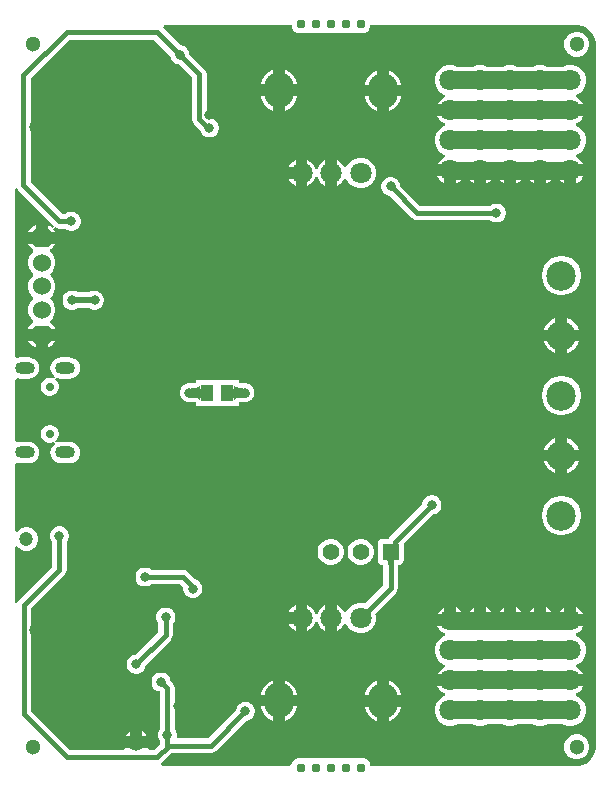
<source format=gbl>
G04*
G04 #@! TF.GenerationSoftware,Altium Limited,Altium Designer,21.9.2 (33)*
G04*
G04 Layer_Physical_Order=2*
G04 Layer_Color=16711680*
%FSLAX25Y25*%
%MOIN*%
G70*
G04*
G04 #@! TF.SameCoordinates,35660DA9-C4E3-4063-8D90-980638CF2194*
G04*
G04*
G04 #@! TF.FilePolarity,Positive*
G04*
G01*
G75*
%ADD92C,0.05906*%
%ADD93C,0.01575*%
%ADD96C,0.01968*%
%ADD98C,0.03150*%
G04:AMPARAMS|DCode=102|XSize=55.12mil|YSize=55.12mil|CornerRadius=1.93mil|HoleSize=0mil|Usage=FLASHONLY|Rotation=270.000|XOffset=0mil|YOffset=0mil|HoleType=Round|Shape=RoundedRectangle|*
%AMROUNDEDRECTD102*
21,1,0.05512,0.05126,0,0,270.0*
21,1,0.05126,0.05512,0,0,270.0*
1,1,0.00386,-0.02563,-0.02563*
1,1,0.00386,-0.02563,0.02563*
1,1,0.00386,0.02563,0.02563*
1,1,0.00386,0.02563,-0.02563*
%
%ADD102ROUNDEDRECTD102*%
%ADD103C,0.05512*%
%ADD104O,0.07874X0.06299*%
%ADD105C,0.06000*%
%ADD106C,0.02756*%
%ADD107O,0.06693X0.03937*%
%ADD108C,0.03100*%
%ADD109C,0.07087*%
%ADD110O,0.09843X0.11811*%
%ADD111C,0.07087*%
%ADD112C,0.05118*%
%ADD113C,0.04724*%
%ADD114C,0.09843*%
%ADD115C,0.05906*%
%ADD116C,0.03150*%
%ADD117R,0.04331X0.05512*%
G36*
X225450Y267839D02*
X226591Y267366D01*
X227618Y266680D01*
X228491Y265807D01*
X229177Y264780D01*
X229650Y263639D01*
X229890Y262428D01*
Y261811D01*
X229890Y27559D01*
X229890Y27559D01*
X229890Y27559D01*
X229890Y26942D01*
X229650Y25731D01*
X229177Y24590D01*
X228491Y23563D01*
X227618Y22690D01*
X226591Y22004D01*
X225450Y21531D01*
X224239Y21291D01*
X223622Y21291D01*
X223622Y21291D01*
X223622Y21291D01*
X155593D01*
X154805Y21291D01*
Y21792D01*
X154704Y22036D01*
X154422Y22718D01*
X153713Y23426D01*
X152787Y23810D01*
X130678D01*
X129752Y23426D01*
X129043Y22718D01*
X128761Y22036D01*
X128659Y21792D01*
X127872Y21291D01*
X85213D01*
X84974Y22078D01*
X85443Y22391D01*
X88596Y25544D01*
X101680D01*
X102601Y25728D01*
X103383Y26250D01*
X113445Y36312D01*
X113604D01*
X114405Y36527D01*
X115123Y36942D01*
X115709Y37528D01*
X116124Y38246D01*
X116339Y39047D01*
Y39877D01*
X116124Y40678D01*
X115709Y41396D01*
X115123Y41982D01*
X114405Y42397D01*
X113604Y42612D01*
X112774D01*
X111973Y42397D01*
X111255Y41982D01*
X110669Y41396D01*
X110254Y40678D01*
X110039Y39877D01*
Y39718D01*
X100682Y30361D01*
X90806D01*
X90327Y30986D01*
X90352Y31081D01*
Y31911D01*
X90138Y32712D01*
X89723Y33430D01*
X89597Y33556D01*
Y47063D01*
X89414Y47985D01*
X88892Y48766D01*
X88204Y49454D01*
Y49612D01*
X87990Y50413D01*
X87575Y51131D01*
X86989Y51718D01*
X86270Y52132D01*
X85469Y52347D01*
X84640D01*
X83839Y52132D01*
X83121Y51718D01*
X82534Y51131D01*
X82120Y50413D01*
X81905Y49612D01*
Y48783D01*
X82120Y47982D01*
X82534Y47264D01*
X83121Y46677D01*
X83839Y46262D01*
X84640Y46048D01*
X84781D01*
Y33528D01*
X84683Y33430D01*
X84268Y32712D01*
X84053Y31911D01*
Y31081D01*
X84268Y30280D01*
X84683Y29562D01*
X84794Y29450D01*
Y28555D01*
X82743Y26503D01*
X80935D01*
X80553Y27165D01*
X76772D01*
X72990D01*
X72608Y26503D01*
X54856D01*
X51703Y29656D01*
X41679Y39680D01*
Y73706D01*
X52884Y84911D01*
X53406Y85693D01*
X53590Y86614D01*
Y95828D01*
X53701Y95940D01*
X54116Y96658D01*
X54331Y97460D01*
Y98289D01*
X54116Y99090D01*
X53701Y99808D01*
X53115Y100394D01*
X52397Y100809D01*
X51596Y101024D01*
X50766D01*
X49965Y100809D01*
X49247Y100394D01*
X48661Y99808D01*
X48246Y99090D01*
X48031Y98289D01*
Y97460D01*
X48246Y96658D01*
X48661Y95940D01*
X48773Y95828D01*
Y87612D01*
X37567Y76406D01*
X37045Y75625D01*
X37039Y75592D01*
X36251Y75670D01*
X36251Y94167D01*
X36894Y94393D01*
X37039Y94401D01*
X37740Y93700D01*
X38638Y93182D01*
X39639Y92913D01*
X40676D01*
X41677Y93182D01*
X42575Y93700D01*
X43308Y94433D01*
X43826Y95331D01*
X44094Y96332D01*
Y97369D01*
X43826Y98370D01*
X43308Y99268D01*
X42575Y100001D01*
X41677Y100519D01*
X40676Y100787D01*
X39639D01*
X38638Y100519D01*
X37740Y100001D01*
X37039Y99299D01*
X36894Y99308D01*
X36251Y99533D01*
X36251Y121804D01*
X37039Y122330D01*
X37264Y122237D01*
X38189Y122115D01*
X40945D01*
X41870Y122237D01*
X42732Y122594D01*
X43472Y123162D01*
X44040Y123902D01*
X44397Y124764D01*
X44519Y125689D01*
X44397Y126614D01*
X44040Y127476D01*
X43472Y128216D01*
X42732Y128784D01*
X41870Y129141D01*
X40945Y129263D01*
X38189D01*
X37264Y129141D01*
X37039Y129048D01*
X36251Y129574D01*
X36251Y149954D01*
X37039Y150480D01*
X37264Y150387D01*
X38189Y150265D01*
X40945D01*
X41870Y150387D01*
X42732Y150743D01*
X43472Y151312D01*
X44040Y152052D01*
X44397Y152914D01*
X44519Y153839D01*
X44397Y154764D01*
X44040Y155625D01*
X43472Y156366D01*
X42732Y156934D01*
X41870Y157291D01*
X40945Y157412D01*
X38189D01*
X37264Y157291D01*
X37039Y157197D01*
X36251Y157723D01*
X36251Y213553D01*
X37039Y213699D01*
X37454Y213076D01*
X49069Y201462D01*
X49384Y201147D01*
X48863Y200554D01*
X48247Y201027D01*
X47244Y201442D01*
Y199213D01*
X49935D01*
X49846Y199428D01*
X49401Y200008D01*
X49152Y200333D01*
X49637Y200946D01*
X50259Y200531D01*
X51181Y200347D01*
X53072D01*
X53184Y200236D01*
X53902Y199821D01*
X54703Y199606D01*
X55533D01*
X56334Y199821D01*
X57052Y200236D01*
X57638Y200822D01*
X58053Y201540D01*
X58268Y202341D01*
Y203171D01*
X58053Y203972D01*
X57638Y204690D01*
X57052Y205276D01*
X56334Y205691D01*
X55533Y205906D01*
X54703D01*
X53902Y205691D01*
X53184Y205276D01*
X53072Y205164D01*
X52179D01*
X41566Y215777D01*
Y250365D01*
X54541Y263340D01*
X82861D01*
X88181Y258019D01*
X88189Y258010D01*
Y257853D01*
X88404Y257052D01*
X88818Y256334D01*
X89405Y255747D01*
X90123Y255333D01*
X90924Y255118D01*
X91081D01*
X91090Y255110D01*
X95410Y250790D01*
Y236788D01*
X95594Y235866D01*
X96116Y235085D01*
X98085Y233115D01*
X98150Y233072D01*
X98261Y232658D01*
X98676Y231940D01*
X99262Y231353D01*
X99981Y230939D01*
X100782Y230724D01*
X101611D01*
X102412Y230939D01*
X103130Y231353D01*
X103717Y231940D01*
X104131Y232658D01*
X104346Y233459D01*
Y234288D01*
X104131Y235089D01*
X103717Y235807D01*
X103130Y236394D01*
X102412Y236808D01*
X101611Y237023D01*
X100990D01*
X100227Y237786D01*
Y251787D01*
X100044Y252709D01*
X99522Y253490D01*
X94488Y258524D01*
Y258682D01*
X94274Y259483D01*
X93859Y260202D01*
X93273Y260788D01*
X92554Y261203D01*
X91753Y261417D01*
X91595D01*
X85720Y267292D01*
X85899Y267917D01*
X86016Y268079D01*
X127872Y268079D01*
X128659Y268079D01*
Y267578D01*
X128761Y267334D01*
X129043Y266652D01*
X129752Y265944D01*
X130678Y265560D01*
X152787D01*
X153713Y265944D01*
X154422Y266652D01*
X154805Y267578D01*
Y268079D01*
X223622Y268079D01*
X224239Y268079D01*
X225450Y267839D01*
D02*
G37*
G36*
X90503Y260234D02*
X90618Y260142D01*
X90729Y260062D01*
X90837Y259994D01*
X90942Y259939D01*
X91042Y259896D01*
X91139Y259866D01*
X91233Y259848D01*
X91323Y259842D01*
X91339Y258268D01*
X92913Y258252D01*
X92919Y258162D01*
X92936Y258068D01*
X92967Y257971D01*
X93010Y257871D01*
X93065Y257767D01*
X93132Y257659D01*
X93213Y257547D01*
X93305Y257433D01*
X93528Y257192D01*
X92414Y256078D01*
X92292Y256196D01*
X92059Y256394D01*
X91948Y256474D01*
X91840Y256542D01*
X91736Y256597D01*
X91635Y256640D01*
X91538Y256670D01*
X91444Y256688D01*
X91354Y256693D01*
X91339Y258268D01*
X89764Y258283D01*
X89758Y258373D01*
X89741Y258467D01*
X89710Y258564D01*
X89668Y258665D01*
X89612Y258769D01*
X89545Y258877D01*
X89465Y258988D01*
X89267Y259221D01*
X89149Y259343D01*
X90263Y260457D01*
X90503Y260234D01*
D02*
G37*
%LPC*%
G36*
X224166Y265945D02*
X223078D01*
X222026Y265663D01*
X221084Y265119D01*
X220314Y264349D01*
X219770Y263407D01*
X219488Y262355D01*
Y261267D01*
X219770Y260215D01*
X220314Y259273D01*
X221084Y258503D01*
X222026Y257959D01*
X223078Y257677D01*
X224166D01*
X225218Y257959D01*
X226160Y258503D01*
X226930Y259273D01*
X227474Y260215D01*
X227756Y261267D01*
Y262355D01*
X227474Y263407D01*
X226930Y264349D01*
X226160Y265119D01*
X225218Y265663D01*
X224166Y265945D01*
D02*
G37*
G36*
X222170Y254882D02*
X220822D01*
X219520Y254533D01*
X219169Y254330D01*
X213823D01*
X213472Y254533D01*
X212170Y254882D01*
X210822D01*
X209521Y254533D01*
X209170Y254330D01*
X203823D01*
X203472Y254533D01*
X202170Y254882D01*
X200822D01*
X199521Y254533D01*
X199170Y254330D01*
X193823D01*
X193472Y254533D01*
X192170Y254882D01*
X190822D01*
X189521Y254533D01*
X189170Y254330D01*
X183823D01*
X183472Y254533D01*
X182170Y254882D01*
X180822D01*
X179520Y254533D01*
X178354Y253859D01*
X177401Y252906D01*
X176727Y251739D01*
X176378Y250437D01*
Y249090D01*
X176727Y247788D01*
X177401Y246621D01*
X178354Y245668D01*
X179520Y244994D01*
X179621Y244968D01*
X179666Y244268D01*
X179640Y244147D01*
X178595Y243544D01*
X177716Y242665D01*
X177177Y241732D01*
X181496D01*
Y237795D01*
X177177D01*
X177716Y236863D01*
X178595Y235983D01*
X179640Y235380D01*
X179666Y235260D01*
X179621Y234560D01*
X179520Y234533D01*
X178354Y233859D01*
X177401Y232906D01*
X176727Y231739D01*
X176378Y230437D01*
Y229090D01*
X176727Y227788D01*
X177401Y226621D01*
X178354Y225668D01*
X179520Y224994D01*
X179621Y224968D01*
X179666Y224268D01*
X179640Y224147D01*
X178595Y223544D01*
X177716Y222665D01*
X177177Y221732D01*
X181496D01*
Y219764D01*
X183465D01*
Y215445D01*
X184397Y215983D01*
X185276Y216863D01*
X185898Y217940D01*
X186088Y218649D01*
X186904D01*
X187094Y217940D01*
X187716Y216863D01*
X188595Y215983D01*
X189527Y215445D01*
Y219764D01*
X193465D01*
Y215445D01*
X194397Y215983D01*
X195276Y216863D01*
X195898Y217940D01*
X196088Y218649D01*
X196904D01*
X197094Y217940D01*
X197716Y216863D01*
X198595Y215983D01*
X199528Y215445D01*
Y219764D01*
X203465D01*
Y215445D01*
X204397Y215983D01*
X205276Y216863D01*
X205898Y217940D01*
X206088Y218649D01*
X206904D01*
X207094Y217940D01*
X207716Y216863D01*
X208595Y215983D01*
X209527Y215445D01*
Y219764D01*
X213464D01*
Y215445D01*
X214397Y215983D01*
X215277Y216863D01*
X215898Y217940D01*
X216089Y218649D01*
X216904D01*
X217094Y217940D01*
X217716Y216863D01*
X218595Y215983D01*
X219528Y215445D01*
Y219764D01*
X221496D01*
Y221732D01*
X225815D01*
X225276Y222665D01*
X224397Y223544D01*
X223352Y224147D01*
X223326Y224268D01*
X223371Y224968D01*
X223471Y224994D01*
X224639Y225668D01*
X225591Y226621D01*
X226265Y227788D01*
X226614Y229090D01*
Y230437D01*
X226265Y231739D01*
X225591Y232906D01*
X224639Y233859D01*
X223471Y234533D01*
X223371Y234560D01*
X223326Y235260D01*
X223352Y235380D01*
X224397Y235983D01*
X225276Y236863D01*
X225815Y237795D01*
X221496D01*
Y241732D01*
X225815D01*
X225276Y242665D01*
X224397Y243544D01*
X223352Y244147D01*
X223326Y244268D01*
X223371Y244968D01*
X223471Y244994D01*
X224639Y245668D01*
X225591Y246621D01*
X226265Y247788D01*
X226614Y249090D01*
Y250437D01*
X226265Y251739D01*
X225591Y252906D01*
X224639Y253859D01*
X223471Y254533D01*
X222170Y254882D01*
D02*
G37*
G36*
X126378Y253170D02*
Y248374D01*
X130444D01*
X130423Y248586D01*
X130075Y249736D01*
X129508Y250796D01*
X128745Y251726D01*
X127816Y252488D01*
X126756Y253055D01*
X126378Y253170D01*
D02*
G37*
G36*
X122441D02*
X122063Y253055D01*
X121003Y252488D01*
X120073Y251726D01*
X119311Y250796D01*
X118744Y249736D01*
X118395Y248586D01*
X118375Y248374D01*
X122441D01*
Y253170D01*
D02*
G37*
G36*
X161023Y253111D02*
Y248315D01*
X165090D01*
X165069Y248527D01*
X164720Y249677D01*
X164154Y250737D01*
X163391Y251666D01*
X162462Y252429D01*
X161402Y252996D01*
X161023Y253111D01*
D02*
G37*
G36*
X157087D02*
X156709Y252996D01*
X155648Y252429D01*
X154719Y251666D01*
X153957Y250737D01*
X153390Y249677D01*
X153041Y248527D01*
X153020Y248315D01*
X157087D01*
Y253111D01*
D02*
G37*
G36*
X130444Y244437D02*
X126378D01*
Y239641D01*
X126756Y239756D01*
X127816Y240323D01*
X128745Y241085D01*
X129508Y242015D01*
X130075Y243075D01*
X130423Y244225D01*
X130444Y244437D01*
D02*
G37*
G36*
X122441D02*
X118375D01*
X118395Y244225D01*
X118744Y243075D01*
X119311Y242015D01*
X120073Y241085D01*
X121003Y240323D01*
X122063Y239756D01*
X122441Y239641D01*
Y244437D01*
D02*
G37*
G36*
X165090Y244378D02*
X161023D01*
Y239582D01*
X161402Y239697D01*
X162462Y240264D01*
X163391Y241026D01*
X164154Y241955D01*
X164720Y243016D01*
X165069Y244166D01*
X165090Y244378D01*
D02*
G37*
G36*
X157087D02*
X153020D01*
X153041Y244166D01*
X153390Y243016D01*
X153957Y241955D01*
X154719Y241026D01*
X155648Y240264D01*
X156709Y239697D01*
X157087Y239582D01*
Y244378D01*
D02*
G37*
G36*
X152249Y223965D02*
X150901D01*
X149599Y223616D01*
X148432Y222942D01*
X147479Y221989D01*
X146861Y220918D01*
X146709Y220866D01*
X146534Y220845D01*
X146008Y220889D01*
X145513Y221747D01*
X144633Y222627D01*
X143701Y223165D01*
Y218847D01*
Y214528D01*
X144633Y215066D01*
X145513Y215946D01*
X146008Y216804D01*
X146534Y216848D01*
X146709Y216827D01*
X146861Y216775D01*
X147479Y215704D01*
X148432Y214751D01*
X149599Y214077D01*
X150901Y213728D01*
X152249D01*
X153550Y214077D01*
X154717Y214751D01*
X155670Y215704D01*
X156344Y216871D01*
X156693Y218173D01*
Y219520D01*
X156344Y220822D01*
X155670Y221989D01*
X154717Y222942D01*
X153550Y223616D01*
X152249Y223965D01*
D02*
G37*
G36*
X129921Y223165D02*
X128989Y222627D01*
X128109Y221747D01*
X127571Y220815D01*
X129921D01*
Y223165D01*
D02*
G37*
G36*
X139764D02*
X138831Y222627D01*
X137952Y221747D01*
X137330Y220670D01*
X137219Y220255D01*
X136403D01*
X136292Y220670D01*
X135670Y221747D01*
X134791Y222627D01*
X133858Y223165D01*
Y218847D01*
Y214528D01*
X134791Y215066D01*
X135670Y215946D01*
X136292Y217023D01*
X136403Y217438D01*
X137219D01*
X137330Y217023D01*
X137952Y215946D01*
X138831Y215066D01*
X139764Y214528D01*
Y218847D01*
Y223165D01*
D02*
G37*
G36*
X225815Y217795D02*
X223464D01*
Y215445D01*
X224397Y215983D01*
X225276Y216863D01*
X225815Y217795D01*
D02*
G37*
G36*
X179527D02*
X177177D01*
X177716Y216863D01*
X178595Y215983D01*
X179527Y215445D01*
Y217795D01*
D02*
G37*
G36*
X129921Y216878D02*
X127571D01*
X128109Y215946D01*
X128989Y215066D01*
X129921Y214528D01*
Y216878D01*
D02*
G37*
G36*
X162029Y217520D02*
X161199D01*
X160398Y217305D01*
X159680Y216890D01*
X159094Y216304D01*
X158679Y215586D01*
X158465Y214785D01*
Y213955D01*
X158679Y213154D01*
X159094Y212436D01*
X159680Y211850D01*
X160398Y211435D01*
X161199Y211221D01*
X161358D01*
X168769Y203809D01*
X169551Y203287D01*
X170472Y203103D01*
X194805D01*
X194916Y202992D01*
X195635Y202577D01*
X196436Y202362D01*
X197265D01*
X198066Y202577D01*
X198784Y202992D01*
X199371Y203578D01*
X199785Y204296D01*
X200000Y205097D01*
Y205926D01*
X199785Y206728D01*
X199371Y207446D01*
X198784Y208032D01*
X198066Y208447D01*
X197265Y208661D01*
X196436D01*
X195635Y208447D01*
X194916Y208032D01*
X194805Y207920D01*
X171470D01*
X164764Y214627D01*
Y214785D01*
X164549Y215586D01*
X164135Y216304D01*
X163548Y216890D01*
X162830Y217305D01*
X162029Y217520D01*
D02*
G37*
G36*
X43307Y201442D02*
X42304Y201027D01*
X41399Y200333D01*
X40705Y199428D01*
X40616Y199213D01*
X43307D01*
Y201442D01*
D02*
G37*
G36*
X63301Y179604D02*
X62472D01*
X61671Y179389D01*
X61058Y179035D01*
X57219D01*
X56607Y179389D01*
X55806Y179604D01*
X54976D01*
X54175Y179389D01*
X53457Y178974D01*
X52871Y178388D01*
X52456Y177670D01*
X52241Y176869D01*
Y176039D01*
X52456Y175238D01*
X52871Y174520D01*
X53457Y173934D01*
X54175Y173519D01*
X54976Y173304D01*
X55806D01*
X56607Y173519D01*
X57219Y173873D01*
X61058D01*
X61671Y173519D01*
X62472Y173304D01*
X63301D01*
X64102Y173519D01*
X64820Y173934D01*
X65407Y174520D01*
X65821Y175238D01*
X66036Y176039D01*
Y176869D01*
X65821Y177670D01*
X65407Y178388D01*
X64820Y178974D01*
X64102Y179389D01*
X63301Y179604D01*
D02*
G37*
G36*
X219144Y191181D02*
X217864D01*
X216609Y190931D01*
X215427Y190442D01*
X214363Y189731D01*
X213458Y188826D01*
X212747Y187762D01*
X212258Y186580D01*
X212008Y185325D01*
Y184045D01*
X212258Y182790D01*
X212747Y181608D01*
X213458Y180544D01*
X214363Y179639D01*
X215427Y178928D01*
X216609Y178439D01*
X217864Y178189D01*
X219144D01*
X220399Y178439D01*
X221581Y178928D01*
X222645Y179639D01*
X223550Y180544D01*
X224261Y181608D01*
X224750Y182790D01*
X225000Y184045D01*
Y185325D01*
X224750Y186580D01*
X224261Y187762D01*
X223550Y188826D01*
X222645Y189731D01*
X221581Y190442D01*
X220399Y190931D01*
X219144Y191181D01*
D02*
G37*
G36*
X49935Y195276D02*
X45276D01*
X40616D01*
X40705Y195060D01*
X41399Y194155D01*
X42304Y193461D01*
X42416Y193415D01*
X42425Y193275D01*
X42399Y192570D01*
X41615Y191785D01*
X41012Y190742D01*
X40701Y189579D01*
Y188374D01*
X41012Y187211D01*
X41615Y186167D01*
X42240Y185542D01*
X42386Y185039D01*
X42240Y184537D01*
X41615Y183911D01*
X41012Y182868D01*
X40701Y181705D01*
Y180500D01*
X41012Y179337D01*
X41615Y178293D01*
X42240Y177668D01*
X42386Y177165D01*
X42240Y176663D01*
X41615Y176037D01*
X41012Y174994D01*
X40701Y173831D01*
Y172626D01*
X41012Y171463D01*
X41615Y170419D01*
X42399Y169635D01*
X42425Y168931D01*
X42416Y168790D01*
X42304Y168743D01*
X41399Y168049D01*
X40705Y167145D01*
X40616Y166929D01*
X45276D01*
X49935D01*
X49846Y167145D01*
X49152Y168049D01*
X48247Y168743D01*
X48136Y168790D01*
X48126Y168931D01*
X48152Y169635D01*
X48936Y170419D01*
X49539Y171463D01*
X49850Y172626D01*
Y173831D01*
X49539Y174994D01*
X48936Y176037D01*
X48311Y176663D01*
X48165Y177165D01*
X48311Y177668D01*
X48936Y178293D01*
X49539Y179337D01*
X49850Y180500D01*
Y181705D01*
X49539Y182868D01*
X48936Y183911D01*
X48311Y184537D01*
X48165Y185039D01*
X48311Y185542D01*
X48936Y186167D01*
X49539Y187211D01*
X49850Y188374D01*
Y189579D01*
X49539Y190742D01*
X48936Y191785D01*
X48152Y192570D01*
X48126Y193275D01*
X48136Y193415D01*
X48247Y193461D01*
X49152Y194155D01*
X49846Y195060D01*
X49935Y195276D01*
D02*
G37*
G36*
X220472Y170475D02*
Y166654D01*
X224294D01*
X223912Y167576D01*
X223244Y168575D01*
X222394Y169425D01*
X221394Y170093D01*
X220472Y170475D01*
D02*
G37*
G36*
X216535D02*
X215613Y170093D01*
X214614Y169425D01*
X213764Y168575D01*
X213096Y167576D01*
X212714Y166654D01*
X216535D01*
Y170475D01*
D02*
G37*
G36*
X49935Y162992D02*
X47244D01*
Y160762D01*
X48247Y161178D01*
X49152Y161872D01*
X49846Y162777D01*
X49935Y162992D01*
D02*
G37*
G36*
X43307D02*
X40616D01*
X40705Y162777D01*
X41399Y161872D01*
X42304Y161178D01*
X43307Y160762D01*
Y162992D01*
D02*
G37*
G36*
X224294Y162716D02*
X220472D01*
Y158895D01*
X221394Y159277D01*
X222394Y159945D01*
X223244Y160795D01*
X223912Y161794D01*
X224294Y162716D01*
D02*
G37*
G36*
X216535D02*
X212714D01*
X213096Y161794D01*
X213764Y160795D01*
X214614Y159945D01*
X215613Y159277D01*
X216535Y158895D01*
Y162716D01*
D02*
G37*
G36*
X54527Y157412D02*
X51772D01*
X50847Y157291D01*
X49985Y156934D01*
X49244Y156366D01*
X48676Y155625D01*
X48320Y154764D01*
X48198Y153839D01*
X48320Y152914D01*
X48676Y152052D01*
X49244Y151312D01*
X49834Y150859D01*
X49395Y150203D01*
X49073Y150389D01*
X48322Y150591D01*
X47545D01*
X46793Y150389D01*
X46120Y150001D01*
X45570Y149451D01*
X45182Y148777D01*
X44980Y148027D01*
Y147249D01*
X45182Y146498D01*
X45570Y145825D01*
X46120Y145275D01*
X46793Y144886D01*
X47545Y144685D01*
X48322D01*
X49073Y144886D01*
X49746Y145275D01*
X50296Y145825D01*
X50685Y146498D01*
X50886Y147249D01*
Y148027D01*
X50685Y148777D01*
X50296Y149451D01*
X49746Y150001D01*
X50144Y150678D01*
X50847Y150387D01*
X51772Y150265D01*
X54527D01*
X55452Y150387D01*
X56314Y150743D01*
X57055Y151312D01*
X57622Y152052D01*
X57980Y152914D01*
X58101Y153839D01*
X57980Y154764D01*
X57622Y155625D01*
X57055Y156366D01*
X56314Y156934D01*
X55452Y157291D01*
X54527Y157412D01*
D02*
G37*
G36*
X109338Y150019D02*
X109244Y150000D01*
X109166D01*
X109113Y150003D01*
X109105Y150000D01*
X98376D01*
X98367Y150003D01*
X98314Y150000D01*
X98237D01*
X98142Y150019D01*
X98047Y150000D01*
X96555D01*
Y148978D01*
X96366Y148940D01*
X95501Y148860D01*
X94961Y148849D01*
X94946Y148846D01*
X94488D01*
X94282Y148819D01*
X94073D01*
X93872Y148765D01*
X93666Y148738D01*
X93474Y148658D01*
X93273Y148604D01*
X93092Y148500D01*
X92900Y148421D01*
X92735Y148294D01*
X92554Y148190D01*
X92407Y148042D01*
X92242Y147916D01*
X92115Y147750D01*
X91968Y147603D01*
X91864Y147423D01*
X91737Y147258D01*
X91657Y147065D01*
X91553Y146885D01*
X91499Y146684D01*
X91420Y146492D01*
X91392Y146285D01*
X91339Y146084D01*
Y145876D01*
X91311Y145669D01*
X91339Y145463D01*
Y145255D01*
X91392Y145054D01*
X91420Y144847D01*
X91499Y144655D01*
X91553Y144454D01*
X91657Y144273D01*
X91737Y144081D01*
X91864Y143916D01*
X91968Y143735D01*
X92115Y143588D01*
X92242Y143423D01*
X92407Y143296D01*
X92554Y143149D01*
X92735Y143045D01*
X92900Y142918D01*
X93092Y142838D01*
X93273Y142734D01*
X93474Y142680D01*
X93666Y142601D01*
X93872Y142574D01*
X94073Y142520D01*
X94282D01*
X94488Y142492D01*
X94946D01*
X94961Y142489D01*
X95522Y142478D01*
X95975Y142448D01*
X96342Y142403D01*
X96555Y142360D01*
Y141339D01*
X98047D01*
X98142Y141320D01*
X98237Y141339D01*
X98314D01*
X98367Y141336D01*
X98376Y141339D01*
X109105D01*
X109113Y141336D01*
X109166Y141339D01*
X109244D01*
X109338Y141320D01*
X109433Y141339D01*
X110925D01*
Y142360D01*
X111114Y142398D01*
X111980Y142479D01*
X112519Y142489D01*
X112535Y142492D01*
X112992D01*
X113199Y142520D01*
X113407D01*
X113608Y142574D01*
X113814Y142601D01*
X114007Y142680D01*
X114208Y142734D01*
X114388Y142838D01*
X114581Y142918D01*
X114746Y143045D01*
X114926Y143149D01*
X115073Y143296D01*
X115238Y143423D01*
X115365Y143588D01*
X115512Y143735D01*
X115617Y143916D01*
X115743Y144081D01*
X115823Y144273D01*
X115927Y144454D01*
X115981Y144655D01*
X116061Y144847D01*
X116088Y145054D01*
X116142Y145255D01*
Y145463D01*
X116169Y145669D01*
X116142Y145876D01*
Y146084D01*
X116088Y146285D01*
X116061Y146492D01*
X115981Y146684D01*
X115927Y146885D01*
X115823Y147065D01*
X115743Y147258D01*
X115617Y147423D01*
X115512Y147603D01*
X115365Y147750D01*
X115238Y147916D01*
X115073Y148042D01*
X114926Y148190D01*
X114746Y148294D01*
X114581Y148421D01*
X114388Y148500D01*
X114208Y148604D01*
X114007Y148658D01*
X113814Y148738D01*
X113608Y148765D01*
X113407Y148819D01*
X113199D01*
X112992Y148846D01*
X112535D01*
X112519Y148849D01*
X111958Y148860D01*
X111505Y148890D01*
X111138Y148935D01*
X110925Y148978D01*
Y150000D01*
X109433D01*
X109338Y150019D01*
D02*
G37*
G36*
X219144Y151181D02*
X217864D01*
X216609Y150932D01*
X215427Y150442D01*
X214363Y149731D01*
X213458Y148826D01*
X212747Y147762D01*
X212258Y146580D01*
X212008Y145325D01*
Y144045D01*
X212258Y142790D01*
X212747Y141608D01*
X213458Y140544D01*
X214363Y139639D01*
X215427Y138928D01*
X216609Y138439D01*
X217864Y138189D01*
X219144D01*
X220399Y138439D01*
X221581Y138928D01*
X222645Y139639D01*
X223550Y140544D01*
X224261Y141608D01*
X224750Y142790D01*
X225000Y144045D01*
Y145325D01*
X224750Y146580D01*
X224261Y147762D01*
X223550Y148826D01*
X222645Y149731D01*
X221581Y150442D01*
X220399Y150932D01*
X219144Y151181D01*
D02*
G37*
G36*
X220472Y130475D02*
Y126654D01*
X224294D01*
X223912Y127576D01*
X223244Y128575D01*
X222394Y129425D01*
X221394Y130093D01*
X220472Y130475D01*
D02*
G37*
G36*
X216535D02*
X215613Y130093D01*
X214614Y129425D01*
X213764Y128575D01*
X213096Y127576D01*
X212714Y126654D01*
X216535D01*
Y130475D01*
D02*
G37*
G36*
X48322Y134843D02*
X47545D01*
X46793Y134641D01*
X46120Y134253D01*
X45570Y133703D01*
X45182Y133029D01*
X44980Y132279D01*
Y131501D01*
X45182Y130750D01*
X45570Y130077D01*
X46120Y129527D01*
X46793Y129138D01*
X47545Y128937D01*
X48322D01*
X49073Y129138D01*
X49395Y129324D01*
X49834Y128668D01*
X49244Y128216D01*
X48676Y127476D01*
X48320Y126614D01*
X48198Y125689D01*
X48320Y124764D01*
X48676Y123902D01*
X49244Y123162D01*
X49985Y122594D01*
X50847Y122237D01*
X51772Y122115D01*
X54527D01*
X55452Y122237D01*
X56314Y122594D01*
X57055Y123162D01*
X57622Y123902D01*
X57980Y124764D01*
X58101Y125689D01*
X57980Y126614D01*
X57622Y127476D01*
X57055Y128216D01*
X56314Y128784D01*
X55452Y129141D01*
X54527Y129263D01*
X51772D01*
X50847Y129141D01*
X50144Y128850D01*
X49746Y129527D01*
X50296Y130077D01*
X50685Y130750D01*
X50886Y131501D01*
Y132279D01*
X50685Y133029D01*
X50296Y133703D01*
X49746Y134253D01*
X49073Y134641D01*
X48322Y134843D01*
D02*
G37*
G36*
X224294Y122716D02*
X220472D01*
Y118895D01*
X221394Y119277D01*
X222394Y119945D01*
X223244Y120795D01*
X223912Y121794D01*
X224294Y122716D01*
D02*
G37*
G36*
X216535D02*
X212714D01*
X213096Y121794D01*
X213764Y120795D01*
X214614Y119945D01*
X215613Y119277D01*
X216535Y118895D01*
Y122716D01*
D02*
G37*
G36*
X219144Y111181D02*
X217864D01*
X216609Y110932D01*
X215427Y110442D01*
X214363Y109731D01*
X213458Y108826D01*
X212747Y107762D01*
X212258Y106580D01*
X212008Y105325D01*
Y104045D01*
X212258Y102790D01*
X212747Y101608D01*
X213458Y100544D01*
X214363Y99639D01*
X215427Y98928D01*
X216609Y98439D01*
X217864Y98189D01*
X219144D01*
X220399Y98439D01*
X221581Y98928D01*
X222645Y99639D01*
X223550Y100544D01*
X224261Y101608D01*
X224750Y102790D01*
X225000Y104045D01*
Y105325D01*
X224750Y106580D01*
X224261Y107762D01*
X223550Y108826D01*
X222645Y109731D01*
X221581Y110442D01*
X220399Y110932D01*
X219144Y111181D01*
D02*
G37*
G36*
X152145Y96850D02*
X151005D01*
X149903Y96555D01*
X148916Y95985D01*
X148109Y95179D01*
X147539Y94191D01*
X147244Y93090D01*
Y91949D01*
X147539Y90848D01*
X148109Y89861D01*
X148916Y89054D01*
X149903Y88484D01*
X151005Y88189D01*
X152145D01*
X153246Y88484D01*
X154234Y89054D01*
X155040Y89861D01*
X155610Y90848D01*
X155905Y91949D01*
Y93090D01*
X155610Y94191D01*
X155040Y95179D01*
X154234Y95985D01*
X153246Y96555D01*
X152145Y96850D01*
D02*
G37*
G36*
X142145D02*
X141005D01*
X139903Y96555D01*
X138916Y95985D01*
X138109Y95179D01*
X137539Y94191D01*
X137244Y93090D01*
Y91949D01*
X137539Y90848D01*
X138109Y89861D01*
X138916Y89054D01*
X139903Y88484D01*
X141005Y88189D01*
X142145D01*
X143246Y88484D01*
X144234Y89054D01*
X145040Y89861D01*
X145610Y90848D01*
X145905Y91949D01*
Y93090D01*
X145610Y94191D01*
X145040Y95179D01*
X144234Y95985D01*
X143246Y96555D01*
X142145Y96850D01*
D02*
G37*
G36*
X80139Y87323D02*
X79310D01*
X78509Y87108D01*
X77790Y86694D01*
X77204Y86107D01*
X76789Y85389D01*
X76575Y84588D01*
Y83759D01*
X76789Y82958D01*
X77204Y82239D01*
X77790Y81653D01*
X78509Y81238D01*
X79310Y81024D01*
X80139D01*
X80940Y81238D01*
X81658Y81653D01*
X81770Y81765D01*
X91246D01*
X92520Y80491D01*
Y79920D01*
X92734Y79119D01*
X93149Y78401D01*
X93735Y77814D01*
X94454Y77400D01*
X95255Y77185D01*
X96084D01*
X96885Y77400D01*
X97603Y77814D01*
X98190Y78401D01*
X98604Y79119D01*
X98819Y79920D01*
Y80749D01*
X98604Y81550D01*
X98190Y82269D01*
X97603Y82855D01*
X96885Y83270D01*
X96432Y83391D01*
X93947Y85876D01*
X93166Y86398D01*
X92244Y86582D01*
X81770D01*
X81658Y86694D01*
X80940Y87108D01*
X80139Y87323D01*
D02*
G37*
G36*
X175756Y111365D02*
X174927D01*
X174126Y111150D01*
X173407Y110736D01*
X172821Y110149D01*
X172406Y109431D01*
X172192Y108630D01*
Y108472D01*
X161442Y97722D01*
X160920Y96941D01*
X160909Y96885D01*
X159012D01*
X158322Y96748D01*
X157737Y96357D01*
X157347Y95772D01*
X157210Y95083D01*
Y89957D01*
X157347Y89267D01*
X157737Y88682D01*
X158322Y88292D01*
X159012Y88154D01*
X159166D01*
Y81521D01*
X153067Y75422D01*
X152249Y75642D01*
X150901D01*
X149599Y75293D01*
X148432Y74619D01*
X147479Y73666D01*
X146861Y72596D01*
X146709Y72544D01*
X146534Y72522D01*
X146008Y72566D01*
X145513Y73425D01*
X144633Y74304D01*
X143701Y74842D01*
Y70524D01*
Y66205D01*
X144633Y66743D01*
X145513Y67623D01*
X146008Y68481D01*
X146534Y68525D01*
X146709Y68504D01*
X146861Y68452D01*
X147479Y67381D01*
X148432Y66428D01*
X149599Y65754D01*
X150901Y65405D01*
X152249D01*
X153550Y65754D01*
X154717Y66428D01*
X155670Y67381D01*
X156344Y68548D01*
X156693Y69850D01*
Y71197D01*
X156474Y72016D01*
X163278Y78821D01*
X163800Y79602D01*
X163983Y80524D01*
Y88154D01*
X164138D01*
X164828Y88292D01*
X165412Y88682D01*
X165803Y89267D01*
X165940Y89957D01*
Y95083D01*
X165886Y95354D01*
X175598Y105066D01*
X175756D01*
X176557Y105280D01*
X177275Y105695D01*
X177862Y106281D01*
X178276Y107000D01*
X178491Y107801D01*
Y108630D01*
X178276Y109431D01*
X177862Y110149D01*
X177275Y110736D01*
X176557Y111150D01*
X175756Y111365D01*
D02*
G37*
G36*
X129921Y74842D02*
X128989Y74304D01*
X128109Y73425D01*
X127571Y72492D01*
X129921D01*
Y74842D01*
D02*
G37*
G36*
X223464Y74082D02*
Y71732D01*
X225815D01*
X225276Y72664D01*
X224397Y73544D01*
X223464Y74082D01*
D02*
G37*
G36*
X179527D02*
X178595Y73544D01*
X177716Y72664D01*
X177177Y71732D01*
X179527D01*
Y74082D01*
D02*
G37*
G36*
X203465D02*
Y69764D01*
X199528D01*
Y74082D01*
X198595Y73544D01*
X197716Y72664D01*
X197094Y71587D01*
X196904Y70878D01*
X196088D01*
X195898Y71587D01*
X195276Y72664D01*
X194397Y73544D01*
X193465Y74082D01*
Y69764D01*
X189527D01*
Y74082D01*
X188595Y73544D01*
X187716Y72664D01*
X187094Y71587D01*
X186904Y70878D01*
X186088D01*
X185898Y71587D01*
X185276Y72664D01*
X184397Y73544D01*
X183465Y74082D01*
Y69764D01*
X181496D01*
Y67795D01*
X177177D01*
X177716Y66863D01*
X178595Y65983D01*
X179640Y65380D01*
X179666Y65260D01*
X179621Y64560D01*
X179520Y64533D01*
X178354Y63859D01*
X177401Y62906D01*
X176727Y61739D01*
X176378Y60438D01*
Y59090D01*
X176727Y57788D01*
X177401Y56621D01*
X178354Y55668D01*
X179520Y54994D01*
X179621Y54967D01*
X179666Y54268D01*
X179640Y54147D01*
X178595Y53544D01*
X177716Y52665D01*
X177177Y51732D01*
X181496D01*
Y47795D01*
X177177D01*
X177716Y46863D01*
X178595Y45983D01*
X179640Y45380D01*
X179666Y45260D01*
X179621Y44560D01*
X179520Y44533D01*
X178354Y43859D01*
X177401Y42906D01*
X176727Y41739D01*
X176378Y40437D01*
Y39090D01*
X176727Y37788D01*
X177401Y36621D01*
X178354Y35668D01*
X179520Y34994D01*
X180822Y34646D01*
X182170D01*
X183472Y34994D01*
X183823Y35197D01*
X189170D01*
X189521Y34994D01*
X190822Y34646D01*
X192170D01*
X193472Y34994D01*
X193823Y35197D01*
X199170D01*
X199521Y34994D01*
X200822Y34646D01*
X202170D01*
X203472Y34994D01*
X203823Y35197D01*
X209170D01*
X209521Y34994D01*
X210822Y34646D01*
X212170D01*
X213472Y34994D01*
X213823Y35197D01*
X219169D01*
X219520Y34994D01*
X220822Y34646D01*
X222170D01*
X223471Y34994D01*
X224639Y35668D01*
X225591Y36621D01*
X226265Y37788D01*
X226614Y39090D01*
Y40437D01*
X226265Y41739D01*
X225591Y42906D01*
X224639Y43859D01*
X223471Y44533D01*
X223371Y44560D01*
X223326Y45260D01*
X223352Y45380D01*
X224397Y45983D01*
X225276Y46863D01*
X225815Y47795D01*
X221496D01*
Y51732D01*
X225815D01*
X225276Y52665D01*
X224397Y53544D01*
X223352Y54147D01*
X223326Y54268D01*
X223371Y54967D01*
X223471Y54994D01*
X224639Y55668D01*
X225591Y56621D01*
X226265Y57788D01*
X226614Y59090D01*
Y60438D01*
X226265Y61739D01*
X225591Y62906D01*
X224639Y63859D01*
X223471Y64533D01*
X223371Y64560D01*
X223326Y65260D01*
X223352Y65380D01*
X224397Y65983D01*
X225276Y66863D01*
X225815Y67795D01*
X221496D01*
Y69764D01*
X219528D01*
Y74082D01*
X218595Y73544D01*
X217716Y72664D01*
X217094Y71587D01*
X216904Y70878D01*
X216089D01*
X215898Y71587D01*
X215277Y72664D01*
X214397Y73544D01*
X213464Y74082D01*
Y69764D01*
X209527D01*
Y74082D01*
X208595Y73544D01*
X207716Y72664D01*
X207094Y71587D01*
X206904Y70878D01*
X206088D01*
X205898Y71587D01*
X205276Y72664D01*
X204397Y73544D01*
X203465Y74082D01*
D02*
G37*
G36*
X133858Y74842D02*
Y70524D01*
Y66205D01*
X134791Y66743D01*
X135670Y67623D01*
X136292Y68700D01*
X136404Y69115D01*
X137219D01*
X137330Y68700D01*
X137952Y67623D01*
X138831Y66743D01*
X139764Y66205D01*
Y70524D01*
Y74842D01*
X138831Y74304D01*
X137952Y73425D01*
X137330Y72347D01*
X137219Y71932D01*
X136404D01*
X136292Y72347D01*
X135670Y73425D01*
X134791Y74304D01*
X133858Y74842D01*
D02*
G37*
G36*
X129921Y68555D02*
X127571D01*
X128109Y67623D01*
X128989Y66743D01*
X129921Y66205D01*
Y68555D01*
D02*
G37*
G36*
X87029Y74016D02*
X86199D01*
X85399Y73801D01*
X84680Y73387D01*
X84094Y72800D01*
X83679Y72082D01*
X83465Y71281D01*
Y70451D01*
X83679Y69650D01*
X84094Y68932D01*
X84206Y68820D01*
Y65958D01*
X76515Y58268D01*
X76357D01*
X75556Y58053D01*
X74838Y57638D01*
X74251Y57052D01*
X73837Y56334D01*
X73622Y55533D01*
Y54703D01*
X73837Y53902D01*
X74251Y53184D01*
X74838Y52598D01*
X75556Y52183D01*
X76357Y51968D01*
X77186D01*
X77987Y52183D01*
X78706Y52598D01*
X79292Y53184D01*
X79707Y53902D01*
X79921Y54703D01*
Y54862D01*
X88317Y63258D01*
X88839Y64039D01*
X89023Y64961D01*
Y68820D01*
X89135Y68932D01*
X89549Y69650D01*
X89764Y70451D01*
Y71281D01*
X89549Y72082D01*
X89135Y72800D01*
X88548Y73387D01*
X87830Y73801D01*
X87029Y74016D01*
D02*
G37*
G36*
X126378Y49788D02*
Y44992D01*
X130445D01*
X130424Y45204D01*
X130075Y46354D01*
X129508Y47415D01*
X128745Y48344D01*
X127816Y49106D01*
X126756Y49673D01*
X126378Y49788D01*
D02*
G37*
G36*
X122441D02*
X122063Y49673D01*
X121003Y49106D01*
X120074Y48344D01*
X119311Y47415D01*
X118744Y46354D01*
X118395Y45204D01*
X118375Y44992D01*
X122441D01*
Y49788D01*
D02*
G37*
G36*
X161024Y49729D02*
Y44933D01*
X165090D01*
X165069Y45145D01*
X164720Y46295D01*
X164154Y47355D01*
X163391Y48285D01*
X162462Y49047D01*
X161402Y49614D01*
X161024Y49729D01*
D02*
G37*
G36*
X157087D02*
X156709Y49614D01*
X155648Y49047D01*
X154719Y48285D01*
X153957Y47355D01*
X153390Y46295D01*
X153041Y45145D01*
X153020Y44933D01*
X157087D01*
Y49729D01*
D02*
G37*
G36*
X130445Y41055D02*
X126378D01*
Y36260D01*
X126756Y36374D01*
X127816Y36941D01*
X128745Y37703D01*
X129508Y38633D01*
X130075Y39693D01*
X130424Y40843D01*
X130445Y41055D01*
D02*
G37*
G36*
X122441D02*
X118375D01*
X118395Y40843D01*
X118744Y39693D01*
X119311Y38633D01*
X120074Y37703D01*
X121003Y36941D01*
X122063Y36374D01*
X122441Y36260D01*
Y41055D01*
D02*
G37*
G36*
X165090Y40996D02*
X161024D01*
Y36200D01*
X161402Y36315D01*
X162462Y36882D01*
X163391Y37644D01*
X164154Y38574D01*
X164720Y39634D01*
X165069Y40784D01*
X165090Y40996D01*
D02*
G37*
G36*
X157087D02*
X153020D01*
X153041Y40784D01*
X153390Y39634D01*
X153957Y38574D01*
X154719Y37644D01*
X155648Y36882D01*
X156709Y36315D01*
X157087Y36200D01*
Y40996D01*
D02*
G37*
G36*
X78740Y32771D02*
Y31102D01*
X80409D01*
X80080Y31672D01*
X79310Y32442D01*
X78740Y32771D01*
D02*
G37*
G36*
X74803Y32771D02*
X74233Y32442D01*
X73464Y31672D01*
X73135Y31102D01*
X74803D01*
Y32771D01*
D02*
G37*
G36*
X224166Y31693D02*
X223078D01*
X222026Y31411D01*
X221084Y30867D01*
X220314Y30097D01*
X219770Y29155D01*
X219488Y28103D01*
Y27015D01*
X219770Y25964D01*
X220314Y25021D01*
X221084Y24251D01*
X222026Y23707D01*
X223078Y23425D01*
X224166D01*
X225218Y23707D01*
X226160Y24251D01*
X226930Y25021D01*
X227474Y25964D01*
X227756Y27015D01*
Y28103D01*
X227474Y29155D01*
X226930Y30097D01*
X226160Y30867D01*
X225218Y31411D01*
X224166Y31693D01*
D02*
G37*
%LPD*%
G36*
X109370Y148191D02*
X109464Y147992D01*
X109622Y147817D01*
X109842Y147665D01*
X110126Y147536D01*
X110472Y147431D01*
X110882Y147349D01*
X111354Y147291D01*
X111890Y147256D01*
X112488Y147244D01*
Y144095D01*
X111890Y144083D01*
X110882Y143989D01*
X110472Y143907D01*
X110126Y143802D01*
X109842Y143674D01*
X109622Y143522D01*
X109464Y143346D01*
X109370Y143148D01*
X109338Y142925D01*
Y148413D01*
X109370Y148191D01*
D02*
G37*
G36*
X98142Y142925D02*
X98110Y143148D01*
X98016Y143346D01*
X97859Y143522D01*
X97638Y143674D01*
X97355Y143802D01*
X97008Y143907D01*
X96599Y143989D01*
X96126Y144048D01*
X95591Y144083D01*
X94992Y144095D01*
Y147244D01*
X95591Y147256D01*
X96599Y147349D01*
X97008Y147431D01*
X97355Y147536D01*
X97638Y147665D01*
X97859Y147817D01*
X98016Y147992D01*
X98110Y148191D01*
X98142Y148413D01*
Y142925D01*
D02*
G37*
G36*
X163000Y89757D02*
X162866Y89709D01*
X162748Y89630D01*
X162646Y89519D01*
X162559Y89376D01*
X162488Y89202D01*
X162433Y88995D01*
X162394Y88757D01*
X162370Y88488D01*
X162362Y88186D01*
X160787D01*
X160780Y88488D01*
X160756Y88757D01*
X160716Y88995D01*
X160661Y89202D01*
X160591Y89376D01*
X160504Y89519D01*
X160402Y89630D01*
X160284Y89709D01*
X160150Y89757D01*
X160000Y89773D01*
X163150D01*
X163000Y89757D01*
D02*
G37*
D92*
X201496Y249764D02*
X211496D01*
X181496D02*
X191496D01*
X201496D01*
Y69527D02*
X211496D01*
X191496D02*
X201496D01*
X181496D02*
X191496D01*
X211496D02*
X221496D01*
X201496Y219527D02*
X211496D01*
X191496D02*
X201496D01*
X181496D02*
X191496D01*
X211496D02*
X221496D01*
X211496Y249764D02*
X221496D01*
X201496Y229764D02*
X211496D01*
X191496D02*
X201496D01*
X181496D02*
X191496D01*
X211496D02*
X221496D01*
X201496Y239764D02*
X211496D01*
X191496D02*
X201496D01*
X181496D02*
X191496D01*
X211496D02*
X221496D01*
X201496Y39764D02*
X211496D01*
X191496D02*
X201496D01*
X181496D02*
X191496D01*
X211496D02*
X221496D01*
X201496Y59764D02*
X211496D01*
X191496D02*
X201496D01*
X181496D02*
X191496D01*
X211496D02*
X221496D01*
X201496Y49764D02*
X211496D01*
X191496D02*
X201496D01*
X181496D02*
X191496D01*
X211496D02*
X221496D01*
D93*
X151575Y70524D02*
X161575Y80524D01*
Y92520D01*
X163145Y94090D01*
Y96019D02*
X175341Y108215D01*
X163145Y94090D02*
Y96019D01*
X161614Y214370D02*
X170472Y205512D01*
X196850D01*
X53543Y265748D02*
X83858D01*
X97819Y251787D01*
X39158Y251362D02*
X53543Y265748D01*
X39158Y214779D02*
Y251362D01*
X53858Y24094D02*
X83740D01*
X87598Y27953D01*
X101680D01*
X50000D02*
X50000D01*
X53858Y24094D01*
X39270Y38682D02*
Y74703D01*
Y38682D02*
X50000Y27953D01*
X39270Y74703D02*
X51181Y86614D01*
Y97874D01*
X87189Y31510D02*
Y47063D01*
X85055Y49197D02*
X87189Y47063D01*
Y31510D02*
X87203Y31496D01*
X39158Y214779D02*
X51181Y202756D01*
X97819Y236788D02*
Y251787D01*
X99825Y234818D02*
X100770Y233874D01*
X101196D01*
X99788Y234818D02*
X99825D01*
X97819Y236788D02*
X99788Y234818D01*
X87203Y28348D02*
Y31496D01*
Y28348D02*
X87598Y27953D01*
X101680D02*
X113189Y39462D01*
X51181Y202756D02*
X55118D01*
X76772Y55118D02*
X86614Y64961D01*
Y70866D01*
X92244Y84173D02*
X95669Y80748D01*
Y80335D02*
Y80748D01*
X79724Y84173D02*
X92244D01*
D96*
X55391Y176454D02*
X62886D01*
X62886Y176454D01*
D98*
X94488Y145669D02*
X100295D01*
X107185D02*
X112992D01*
D102*
X161575Y92520D02*
D03*
D103*
X141575D02*
D03*
X151575D02*
D03*
D104*
X45276Y197244D02*
D03*
Y164961D02*
D03*
D105*
Y173228D02*
D03*
Y181102D02*
D03*
Y188976D02*
D03*
D106*
X47933Y147638D02*
D03*
Y131890D02*
D03*
D107*
X53149Y125689D02*
D03*
Y153839D02*
D03*
X39567D02*
D03*
Y125689D02*
D03*
D108*
X131732Y268685D02*
D03*
X136732D02*
D03*
X141732D02*
D03*
X146732D02*
D03*
X151732D02*
D03*
Y20685D02*
D03*
X146732D02*
D03*
X141732D02*
D03*
X136732D02*
D03*
X131732D02*
D03*
D109*
X191496Y69764D02*
D03*
Y59764D02*
D03*
X201496D02*
D03*
Y69764D02*
D03*
X211496D02*
D03*
Y59764D02*
D03*
X221496Y69764D02*
D03*
Y59764D02*
D03*
X181496Y69764D02*
D03*
Y59764D02*
D03*
X211496Y219764D02*
D03*
Y229764D02*
D03*
X201496D02*
D03*
Y219764D02*
D03*
X191496D02*
D03*
Y229764D02*
D03*
X181496Y219764D02*
D03*
Y229764D02*
D03*
X221496Y219764D02*
D03*
Y229764D02*
D03*
X191496Y49764D02*
D03*
Y39764D02*
D03*
X201496D02*
D03*
Y49764D02*
D03*
X211496D02*
D03*
Y39764D02*
D03*
X221496Y49764D02*
D03*
Y39764D02*
D03*
X181496Y49764D02*
D03*
Y39764D02*
D03*
X211496Y239764D02*
D03*
Y249764D02*
D03*
X201496D02*
D03*
Y239764D02*
D03*
X191496D02*
D03*
Y249764D02*
D03*
X181496Y239764D02*
D03*
Y249764D02*
D03*
X221496Y239764D02*
D03*
Y249764D02*
D03*
D110*
X124409Y43024D02*
D03*
X159055Y42965D02*
D03*
X159055Y246346D02*
D03*
X124409Y246406D02*
D03*
D111*
X131890Y70524D02*
D03*
X141732D02*
D03*
X151575D02*
D03*
X151575Y218847D02*
D03*
X141732D02*
D03*
X131890D02*
D03*
D112*
X42520Y261811D02*
D03*
X42520Y27559D02*
D03*
X223622Y27559D02*
D03*
Y261811D02*
D03*
D113*
X40157Y96850D02*
D03*
X102362Y122047D02*
D03*
X90551D02*
D03*
X96457D02*
D03*
X59168Y66654D02*
D03*
X43420D02*
D03*
X59055Y234252D02*
D03*
X43307D02*
D03*
D114*
X218504Y164685D02*
D03*
Y144685D02*
D03*
Y124685D02*
D03*
Y184685D02*
D03*
Y104685D02*
D03*
D115*
X76772Y29134D02*
D03*
D116*
X196850Y205512D02*
D03*
X161614Y214370D02*
D03*
X206693Y98425D02*
D03*
X85055Y49197D02*
D03*
X112992Y262598D02*
D03*
X91339Y258268D02*
D03*
X101196Y233874D02*
D03*
X101181Y238181D02*
D03*
X87203Y31496D02*
D03*
X113189Y39462D02*
D03*
X94488Y145669D02*
D03*
X55118Y202756D02*
D03*
X55391Y176454D02*
D03*
X51181Y97874D02*
D03*
X62886Y176454D02*
D03*
X175341Y108215D02*
D03*
X183071Y112205D02*
D03*
X113189Y45276D02*
D03*
X90551Y41339D02*
D03*
X67913Y33465D02*
D03*
X112992Y145669D02*
D03*
X180118Y103347D02*
D03*
X183071Y131890D02*
D03*
X137795Y131890D02*
D03*
Y112205D02*
D03*
X76772Y55118D02*
D03*
X86614Y70866D02*
D03*
X112205Y25787D02*
D03*
X183071Y175197D02*
D03*
X116142Y74803D02*
D03*
X152874Y188189D02*
D03*
X59055Y129528D02*
D03*
X55118Y131102D02*
D03*
X114173Y80335D02*
D03*
X95669D02*
D03*
X79724Y84173D02*
D03*
X85433Y240551D02*
D03*
X65175Y224195D02*
D03*
X70866Y122638D02*
D03*
X105020Y224016D02*
D03*
X41339Y116142D02*
D03*
X93701Y214035D02*
D03*
X105118D02*
D03*
X66929Y188976D02*
D03*
X137795Y175197D02*
D03*
X137795Y155512D02*
D03*
X183071D02*
D03*
X204724Y196063D02*
D03*
X148819Y198031D02*
D03*
D117*
X100295Y145669D02*
D03*
X107185D02*
D03*
M02*

</source>
